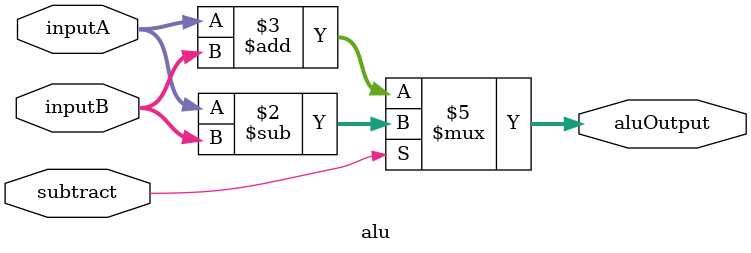
<source format=v>
module alu(inputA, inputB, aluOutput, subtract);

    // inputA is data from Accumulator
    // inputB is data fro b register
    // subtract is flag signal to enable subtraction instead of addition
    // aluOutput is output of ALU

    input [7:0] inputA, inputB;
    input subtract;
    output reg[7:0] aluOutput;

    always@(inputA,inputB,subtract)
    begin
        if(subtract)
            aluOutput = inputA - inputB;
        else
            aluOutput = inputA + inputB;
    end
endmodule
</source>
